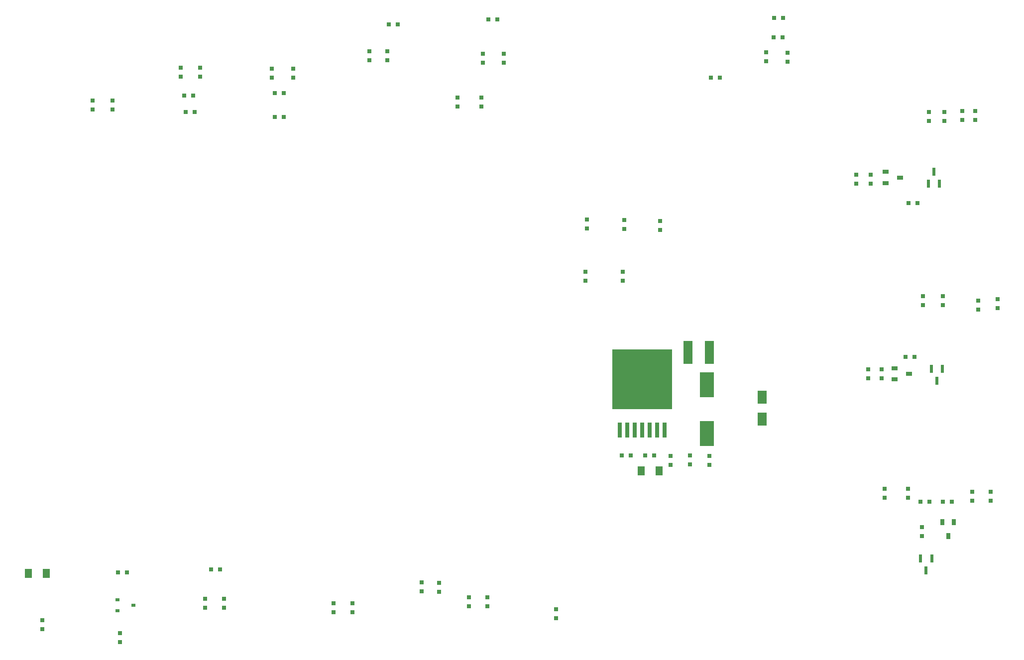
<source format=gbr>
%TF.GenerationSoftware,Altium Limited,Altium Designer,20.2.5 (213)*%
G04 Layer_Color=8421504*
%FSLAX26Y26*%
%MOIN*%
%TF.SameCoordinates,9BAFD9CD-774C-4051-972E-F2DD54F50950*%
%TF.FilePolarity,Positive*%
%TF.FileFunction,Paste,Top*%
%TF.Part,Single*%
G01*
G75*
%TA.AperFunction,SMDPad,CuDef*%
%ADD10R,0.051180X0.062990*%
%ADD11R,0.031500X0.031500*%
%ADD12R,0.094488X0.171260*%
%ADD13R,0.064173X0.085843*%
%ADD14R,0.022000X0.052000*%
%ADD15R,0.059055X0.157480*%
%ADD16R,0.031500X0.031500*%
%ADD17R,0.031496X0.023622*%
%ADD18R,0.039370X0.027559*%
%ADD19R,0.400000X0.400000*%
%ADD20R,0.031000X0.103000*%
%ADD21R,0.027559X0.039370*%
D10*
X4995000Y2250000D02*
D03*
X5115000D02*
D03*
X1010000Y1565000D02*
D03*
X890000D02*
D03*
D11*
X7335000Y2110000D02*
D03*
Y2050000D02*
D03*
X7210000Y2110000D02*
D03*
Y2050000D02*
D03*
X6625000Y2130000D02*
D03*
Y2070000D02*
D03*
X6780000Y2130000D02*
D03*
Y2070000D02*
D03*
X6880000Y3420000D02*
D03*
Y3360000D02*
D03*
X7015000Y3420000D02*
D03*
Y3360000D02*
D03*
X7380000Y3400000D02*
D03*
Y3340000D02*
D03*
X7250000Y3390000D02*
D03*
Y3330000D02*
D03*
X7230000Y4660000D02*
D03*
Y4600000D02*
D03*
X7145000Y4660000D02*
D03*
Y4600000D02*
D03*
X7025000Y4655000D02*
D03*
Y4595000D02*
D03*
X6920000Y4655000D02*
D03*
Y4595000D02*
D03*
X1505000Y1105000D02*
D03*
Y1165000D02*
D03*
X4425000Y1325000D02*
D03*
Y1265000D02*
D03*
X3965000Y1345000D02*
D03*
Y1405000D02*
D03*
X3840000D02*
D03*
Y1345000D02*
D03*
X985000Y1190000D02*
D03*
Y1250000D02*
D03*
X4870000Y3525000D02*
D03*
Y3585000D02*
D03*
X4620000Y3525000D02*
D03*
Y3585000D02*
D03*
X4880000Y3870000D02*
D03*
Y3930000D02*
D03*
X4630000Y3875000D02*
D03*
Y3935000D02*
D03*
X5830000Y5055000D02*
D03*
Y4995000D02*
D03*
X5975000Y5050000D02*
D03*
Y4990000D02*
D03*
X4075000Y5045000D02*
D03*
Y4985000D02*
D03*
X3935000Y5045000D02*
D03*
Y4985000D02*
D03*
X1455000Y4670000D02*
D03*
Y4730000D02*
D03*
X1320000Y4670000D02*
D03*
Y4730000D02*
D03*
X3765000Y4750000D02*
D03*
Y4690000D02*
D03*
X3925000Y4750000D02*
D03*
Y4690000D02*
D03*
X3640000Y1500000D02*
D03*
Y1440000D02*
D03*
X3525000Y1505000D02*
D03*
Y1445000D02*
D03*
X2520000Y4945000D02*
D03*
Y4885000D02*
D03*
X2665000Y4945000D02*
D03*
Y4885000D02*
D03*
X2040000Y4950000D02*
D03*
Y4890000D02*
D03*
X1910000Y4950000D02*
D03*
Y4890000D02*
D03*
X2075000Y1395000D02*
D03*
Y1335000D02*
D03*
X2200000Y1395000D02*
D03*
Y1335000D02*
D03*
X5190000Y2290000D02*
D03*
Y2350000D02*
D03*
X5320000Y2295000D02*
D03*
Y2355000D02*
D03*
X5450000Y2290000D02*
D03*
Y2350000D02*
D03*
X6875000Y1815000D02*
D03*
Y1875000D02*
D03*
X6515000Y2930000D02*
D03*
Y2870000D02*
D03*
X6605000Y2930000D02*
D03*
Y2870000D02*
D03*
X6530000Y4235000D02*
D03*
Y4175000D02*
D03*
X6435000Y4235000D02*
D03*
Y4175000D02*
D03*
X5120000Y3925000D02*
D03*
Y3865000D02*
D03*
X3060000Y1305000D02*
D03*
Y1365000D02*
D03*
X3175000Y5000000D02*
D03*
Y5060000D02*
D03*
X3295000Y5000000D02*
D03*
Y5060000D02*
D03*
X2935000Y1305000D02*
D03*
Y1365000D02*
D03*
D12*
X5435000Y2828386D02*
D03*
Y2501614D02*
D03*
D13*
X5805000Y2596882D02*
D03*
Y2743118D02*
D03*
D14*
X6939803Y1665000D02*
D03*
X6865000D02*
D03*
X6902402Y1585000D02*
D03*
X6975000Y2855000D02*
D03*
X6937598Y2935000D02*
D03*
X7012402D02*
D03*
X6953661Y4255000D02*
D03*
X6991063Y4175000D02*
D03*
X6916260D02*
D03*
D15*
X5309134Y3045000D02*
D03*
X5450866D02*
D03*
D16*
X1490000Y1570000D02*
D03*
X1550000D02*
D03*
X5880000Y5155000D02*
D03*
X5940000D02*
D03*
X5885000Y5285000D02*
D03*
X5945000D02*
D03*
X3305000Y5240000D02*
D03*
X3365000D02*
D03*
X3970000Y5275000D02*
D03*
X4030000D02*
D03*
X2540000Y4620000D02*
D03*
X2600000D02*
D03*
X2540000Y4780000D02*
D03*
X2600000D02*
D03*
X1935000Y4765000D02*
D03*
X1995000D02*
D03*
X2005000Y4655000D02*
D03*
X1945000D02*
D03*
X5460000Y4885000D02*
D03*
X5520000D02*
D03*
X2175000Y1590000D02*
D03*
X2115000D02*
D03*
X5020000Y2355000D02*
D03*
X5080000D02*
D03*
X4925000D02*
D03*
X4865000D02*
D03*
X6925000Y2045000D02*
D03*
X6865000D02*
D03*
X7075000D02*
D03*
X7015000D02*
D03*
X6825000Y3015000D02*
D03*
X6765000D02*
D03*
X6845000Y4045000D02*
D03*
X6785000D02*
D03*
D17*
X1486850Y1387402D02*
D03*
Y1312598D02*
D03*
X1593150Y1350000D02*
D03*
D18*
X6727244Y4215000D02*
D03*
X6632756Y4177598D02*
D03*
Y4252402D02*
D03*
X6787244Y2900000D02*
D03*
X6692756Y2862598D02*
D03*
Y2937402D02*
D03*
D19*
X5000000Y2865000D02*
D03*
D20*
X5150000Y2525000D02*
D03*
X5100000D02*
D03*
X5050000D02*
D03*
X5000000D02*
D03*
X4950000D02*
D03*
X4900000D02*
D03*
X4850000D02*
D03*
D21*
X7050000Y1812756D02*
D03*
X7012598Y1907244D02*
D03*
X7087402D02*
D03*
%TF.MD5,2361f987de57a8895e0e79b0aff500fb*%
M02*

</source>
